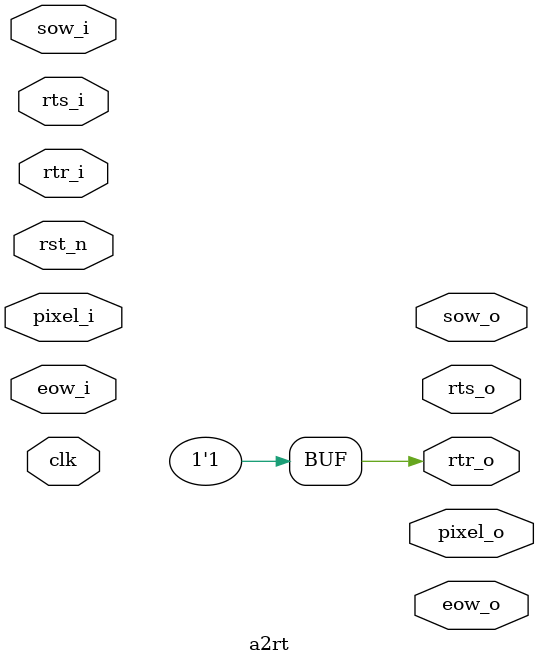
<source format=sv>
`timescale 1ns / 1ps


module a2rt #(
    parameter DATA_WIDTH = 24
)
(
    // System signals
    input  logic clk,
    input  logic rst_n,

    // SLAVE SIDE

    // control signals
    output logic rtr_o, // ready_o
    input  logic rts_i, // valid_i
    input  logic sow_i, // first_i
    input  logic eow_i, // last_i
    // data in
    input logic [DATA_WIDTH-1:0] pixel_i,

    // MASTER SIDE

    // control signals
    input  logic rtr_i, // ready_i
    output logic rts_o, // valid_o
    output logic sow_o, // first_o
    output logic eow_o, // last_o
    // data out
    output logic [DATA_WIDTH-1:0] pixel_o

);


// local parameters
localparam SCREEN_WIDTH = 1280;  // 16:9
localparam SCRENN_HEIGHT = 720;  // 720p
localparam ASCII_WIDTH = 8;
localparam ASCII_HEIGHT = 16;
localparam NB_CHANNEL = 3;  // RGB
localparam CHANNEL_BIT_DEPTH = DATA_WIDTH / NB_CHANNEL;  // 8
localparam LOG_NB_ACCUM = $clog2(ASCII_WIDTH * ASCII_HEIGHT);  // 7
localparam BRAM_DEPTH = SCREEN_WIDTH / ASCII_WIDTH;  // 160
localparam BRAM_WIDTH = CHANNEL_BIT_DEPTH + LOG_NB_ACCUM;  // 15

// signals

// Page swapping BRAMs
logic [BRAM_WIDTH-1:0] avg_r_a [0:BRAM_DEPTH-1];
logic [BRAM_WIDTH-1:0] avg_g_a [0:BRAM_DEPTH-1];
logic [BRAM_WIDTH-1:0] avg_b_a [0:BRAM_DEPTH-1];
logic [BRAM_WIDTH-1:0] avg_r_b [0:BRAM_DEPTH-1];
logic [BRAM_WIDTH-1:0] avg_g_b [0:BRAM_DEPTH-1];
logic [BRAM_WIDTH-1:0] avg_b_b [0:BRAM_DEPTH-1];

// x pixel counter
logic [$clog2(SCREEN_WIDTH)-1:0] x_pixels_counter;

// y lines counter
logic [$clog2(ASCII_HEIGHT)-1:0] y_lines_counter;

// average address
logic [$clog2(BRAM_DEPTH)-1:0] avrg_addr;

// pointer to know which BRAM is used to accumulate
// 0 for BRAM A ; 1 for BRAM B
logic bram_pointer;

// selected char
logic [7:0] selected_char;

// pix monochrome selected after VGA LUT
logic pix_out;


// logic

// avrg address
assign avrg_addr = x_pixels_counter >> $clog2(ASCII_WIDTH);

// x counter
// count from 0 to 1279 (SCREEN WIDTH)
always_ff @(posedge clk or negedge rst_n) begin
    if ( ~rst_n ) begin
        x_pixels_counter <= 0;
    end
    else if ( rts_i & rtr_i ) begin
        if ( sow_i ) begin
            x_pixels_counter <= 1;
        end
        else if ( eow_i | (x_pixels_counter >= SCREEN_WIDTH-1) )  begin
            x_pixels_counter <= 0;
        end
        else begin
            x_pixels_counter <= x_pixels_counter + 1;
        end
    end
end

// y counter
// count from 0 to 15 ( ASCII HEIGHT )
// count number of lines
// if ascii height we can swap brams
always_ff @(posedge clk or negedge rst_n) begin
    if ( ~rst_n ) begin
        y_lines_counter <= 0;
    end
    else if ( rts_i & rtr_i ) begin
        if ( (x_pixels_counter >= SCREEN_WIDTH-1) ) begin
            if ( y_lines_counter >= ASCII_HEIGHT-1 )  begin  // reset lines when last pixel of last line
                y_lines_counter <= 0;
            end
            else begin
                y_lines_counter <= y_lines_counter + 1;
            end
        end
    end
end


// bram pointer
// WIP thanks to y_lines_counter

// Average accumulation
// always_ff @() begin
//
// end

ascii_lut ascii_lut_inst (
    .id   ( ),
    .char ( selected_char )
);

bitmap_lut bitmap_lut_inst (
    .clk     (         ),
    .addr_in (         ),
    .out     ( pix_out )  // W&B
); 

assign rtr_o = 1;


endmodule

</source>
